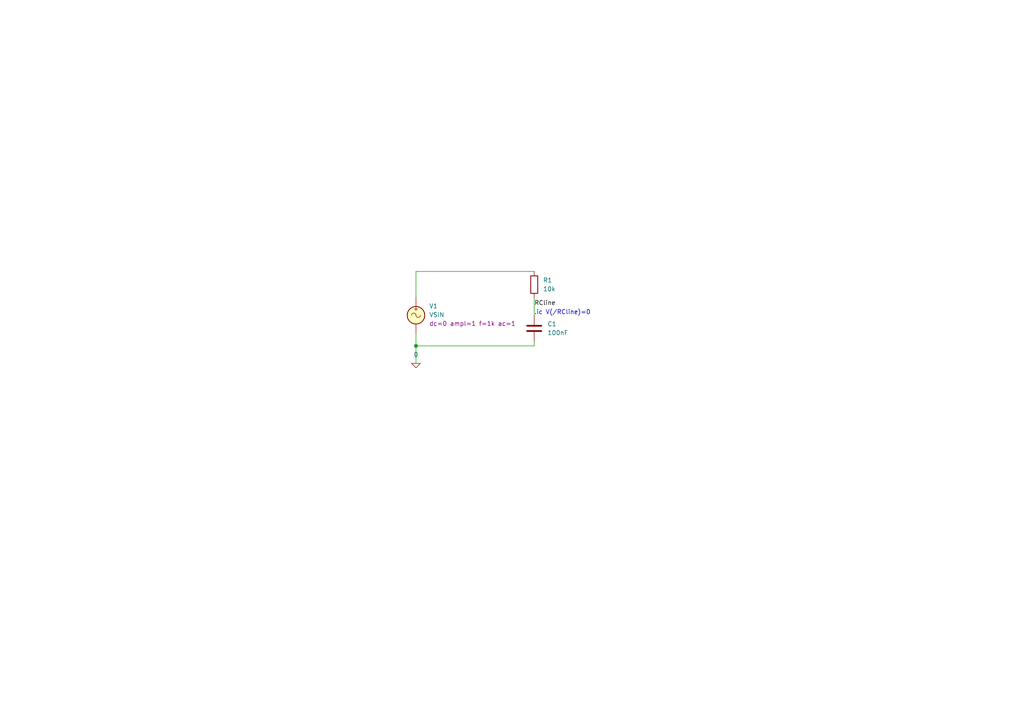
<source format=kicad_sch>
(kicad_sch (version 20230121) (generator eeschema)
  (paper "A4")
  (lib_symbols
    (symbol "Device:C" (pin_numbers hide) (pin_names (offset 0.254))
      (property "Reference" "C" (at 0.635 2.54 0))
      (property "Value" "C" (at 0.635 -2.54 0))
      (symbol "C_0_1"
        (polyline (pts (xy -2.032 -0.762) (xy 2.032 -0.762)) (stroke (width 0.508)))
        (polyline (pts (xy -2.032 0.762) (xy 2.032 0.762)) (stroke (width 0.508)))
      )
      (symbol "C_1_1"
        (pin passive line (at 0 3.81 270) (length 2.794) (name "~") (number "1"))
        (pin passive line (at 0 -3.81 90) (length 2.794) (name "~") (number "2"))
      )
    )
    (symbol "Device:R" (pin_numbers hide) (pin_names (offset 0))
      (property "Reference" "R" (at 2.032 0 90))
      (property "Value" "R" (at 0 0 90))
      (symbol "R_0_1"
        (rectangle (start -1.016 -2.54) (end 1.016 2.54) (stroke (width 0.254)))
      )
      (symbol "R_1_1"
        (pin passive line (at 0 3.81 270) (length 1.27) (name "~") (number "1"))
        (pin passive line (at 0 -3.81 90) (length 1.27) (name "~") (number "2"))
      )
    )
    (symbol "Simulation_SPICE:0" (power) (pin_names (offset 0))
      (property "Value" "0" (at 0 -1.778 0))
      (symbol "0_0_1"
        (polyline (pts (xy -1.27 0) (xy 0 -1.27) (xy 1.27 0) (xy -1.27 0)))
      )
      (symbol "0_1_1"
        (pin power_in line (at 0 0 0) (length 0) hide (name "0") (number "1"))
      )
    )
    (symbol "Simulation_SPICE:VSIN" (pin_numbers hide) (pin_names (offset 0.0254))
      (property "Reference" "V" (at 2.54 2.54 0))
      (property "Value" "VSIN" (at 2.54 0 0))
      (property "Sim.Params" "dc=0 ampl=1 f=1k ac=1" (at 2.54 -2.54 0))
      (symbol "VSIN_0_0"
        (arc (start 0 0) (mid -0.635 0.6323) (end -1.27 0))
        (arc (start 0 0) (mid 0.635 -0.6323) (end 1.27 0))
        (text "+" (at 0 1.905 0) (effects (font (size 1.27 1.27))))
      )
      (symbol "VSIN_0_1"
        (circle (center 0 0) (radius 2.54) (stroke (width 0.254)) (fill (type background)))
      )
      (symbol "VSIN_1_1"
        (pin passive line (at 0 5.08 270) (length 2.54) (name "~") (number "1"))
        (pin passive line (at 0 -5.08 90) (length 2.54) (name "~") (number "2"))
      )
    )
  )
  (junction (at 120.65 100.33))
  (wire (pts (xy 154.94 99.06) (xy 154.94 100.33)))
  (wire (pts (xy 154.94 100.33) (xy 120.65 100.33)))
  (wire (pts (xy 154.94 78.74) (xy 120.65 78.74)))
  (wire (pts (xy 154.94 86.36) (xy 154.94 91.44)))
  (wire (pts (xy 120.65 78.74) (xy 120.65 86.36)))
  (wire (pts (xy 120.65 100.33) (xy 120.65 105.41)))
  (wire (pts (xy 120.65 96.52) (xy 120.65 100.33)))
  (text ".ic V(/RCline)=0" (at 154.94 91.44 0) (effects (font (size 1.27 1.27)) (justify left bottom)))
  (label "RCline" (at 154.94 88.9 0))
  (symbol (lib_id "Simulation_SPICE:VSIN") (at 120.65 91.44 0) (unit 1)
    (property "Reference" "V1" (at 124.46 88.7702 0) (effects (justify left)))
    (property "Value" "VSIN" (at 124.46 91.3102 0) (effects (justify left)))
    (property "Sim.Pins" "1=+ 2=-" (effects hide))
    (property "Sim.Params" "dc=0 ampl=1 f=1k ac=1" (at 124.46 93.8502 0) (effects (justify left)))
    (property "Sim.Type" "SIN" (effects hide))
    (property "Sim.Device" "V" (effects hide))
  )
  (symbol (lib_id "Device:C") (at 154.94 95.25 0) (unit 1)
    (property "Reference" "C1" (at 158.75 93.98 0) (effects (justify left)))
    (property "Value" "100nF" (at 158.75 96.52 0) (effects (justify left)))
  )
  (symbol (lib_id "Simulation_SPICE:0") (at 120.65 105.41 0) (unit 1)
    (property "Reference" "#GND01" (effects hide))
    (property "Value" "0" (at 120.65 102.87 0))
  )
  (symbol (lib_id "Device:R") (at 154.94 82.55 0) (unit 1)
    (property "Reference" "R1" (at 157.48 81.28 0) (effects (justify left)))
    (property "Value" "10k" (at 157.48 83.82 0) (effects (justify left)))
  )
)
</source>
